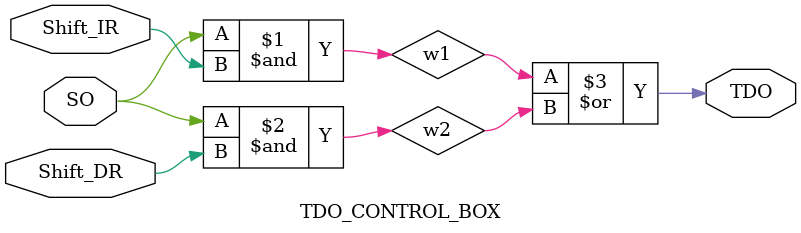
<source format=v>
  module TDO_CONTROL_BOX(input Shift_IR,SO,Shift_DR,
output TDO);

wire w1,w2;

    and g1(w1,SO,Shift_IR);
    and g2(w2,SO,Shift_DR);
or g3(TDO,w1,w2);

endmodule

</source>
